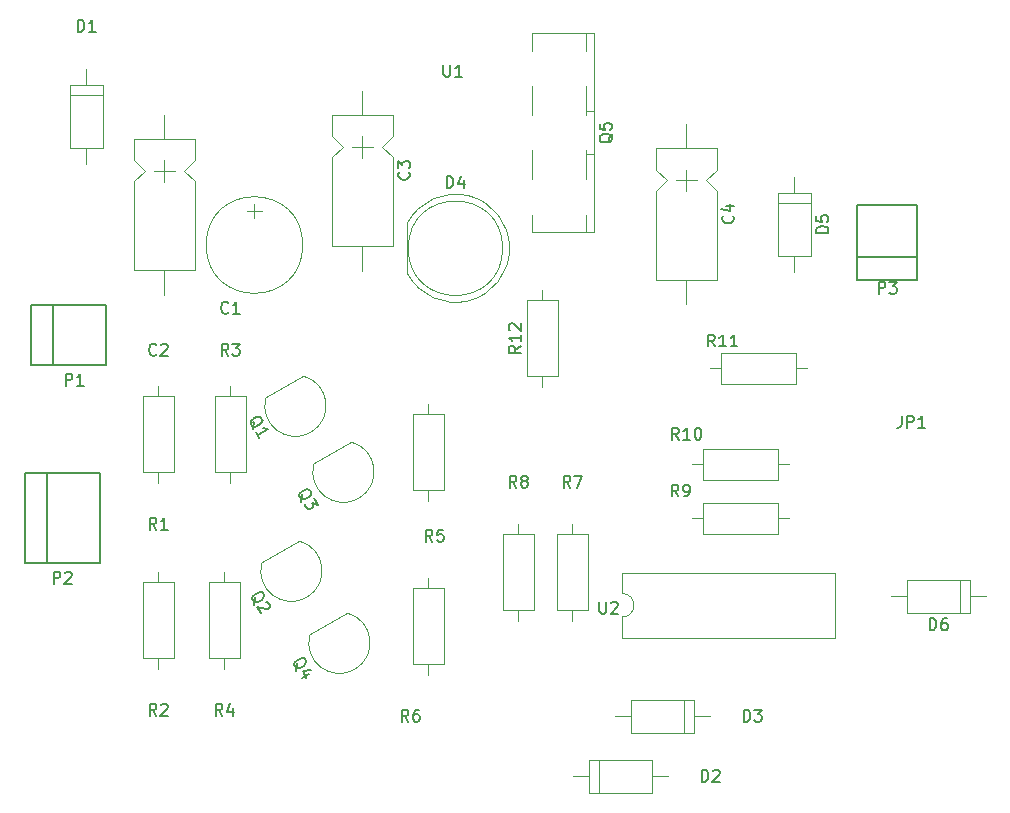
<source format=gbr>
G04 #@! TF.FileFunction,Legend,Top*
%FSLAX46Y46*%
G04 Gerber Fmt 4.6, Leading zero omitted, Abs format (unit mm)*
G04 Created by KiCad (PCBNEW 4.0.5) date 06/09/17 23:26:50*
%MOMM*%
%LPD*%
G01*
G04 APERTURE LIST*
%ADD10C,0.100000*%
%ADD11C,0.120000*%
%ADD12C,0.150000*%
G04 APERTURE END LIST*
D10*
D11*
X132080000Y-93134000D02*
X132080000Y-94934000D01*
X132980000Y-94034000D02*
X131180000Y-94034000D01*
X134640000Y-91324000D02*
X129520000Y-91324000D01*
X134640000Y-102444000D02*
X129520000Y-102444000D01*
X134640000Y-91324000D02*
X134640000Y-93124000D01*
X134640000Y-93124000D02*
X133740000Y-94024000D01*
X133740000Y-94024000D02*
X134640000Y-94924000D01*
X134640000Y-94924000D02*
X134640000Y-102444000D01*
X129520000Y-91324000D02*
X129520000Y-93124000D01*
X129520000Y-93124000D02*
X130420000Y-94024000D01*
X130420000Y-94024000D02*
X129520000Y-94924000D01*
X129520000Y-94924000D02*
X129520000Y-102444000D01*
X132080000Y-89264000D02*
X132080000Y-91324000D01*
X132080000Y-104504000D02*
X132080000Y-102444000D01*
X143805993Y-111416853D02*
X140688302Y-113216853D01*
X143845077Y-111407593D02*
G75*
G02X144472148Y-116170666I-672929J-2511407D01*
G01*
X140660741Y-113246071D02*
G75*
G03X144472148Y-116170666I2511407J-672929D01*
G01*
X139700000Y-96860000D02*
X139700000Y-98060000D01*
X140350000Y-97460000D02*
X139050000Y-97460000D01*
X143790000Y-100310000D02*
G75*
G03X143790000Y-100310000I-4090000J0D01*
G01*
X176276000Y-93930000D02*
X176276000Y-95730000D01*
X177176000Y-94830000D02*
X175376000Y-94830000D01*
X178836000Y-92120000D02*
X173716000Y-92120000D01*
X178836000Y-103240000D02*
X173716000Y-103240000D01*
X178836000Y-92120000D02*
X178836000Y-93920000D01*
X178836000Y-93920000D02*
X177936000Y-94820000D01*
X177936000Y-94820000D02*
X178836000Y-95720000D01*
X178836000Y-95720000D02*
X178836000Y-103240000D01*
X173716000Y-92120000D02*
X173716000Y-93920000D01*
X173716000Y-93920000D02*
X174616000Y-94820000D01*
X174616000Y-94820000D02*
X173716000Y-95720000D01*
X173716000Y-95720000D02*
X173716000Y-103240000D01*
X176276000Y-90060000D02*
X176276000Y-92120000D01*
X176276000Y-105300000D02*
X176276000Y-103240000D01*
X126886000Y-86748000D02*
X124066000Y-86748000D01*
X124066000Y-86748000D02*
X124066000Y-92068000D01*
X124066000Y-92068000D02*
X126886000Y-92068000D01*
X126886000Y-92068000D02*
X126886000Y-86748000D01*
X125476000Y-85408000D02*
X125476000Y-86748000D01*
X125476000Y-93408000D02*
X125476000Y-92068000D01*
X126886000Y-87588000D02*
X124066000Y-87588000D01*
X168028000Y-143878000D02*
X168028000Y-146698000D01*
X168028000Y-146698000D02*
X173348000Y-146698000D01*
X173348000Y-146698000D02*
X173348000Y-143878000D01*
X173348000Y-143878000D02*
X168028000Y-143878000D01*
X166688000Y-145288000D02*
X168028000Y-145288000D01*
X174688000Y-145288000D02*
X173348000Y-145288000D01*
X168868000Y-143878000D02*
X168868000Y-146698000D01*
X176904000Y-141618000D02*
X176904000Y-138798000D01*
X176904000Y-138798000D02*
X171584000Y-138798000D01*
X171584000Y-138798000D02*
X171584000Y-141618000D01*
X171584000Y-141618000D02*
X176904000Y-141618000D01*
X178244000Y-140208000D02*
X176904000Y-140208000D01*
X170244000Y-140208000D02*
X171584000Y-140208000D01*
X176064000Y-141618000D02*
X176064000Y-138798000D01*
X161308000Y-100584486D02*
G75*
G03X152658000Y-98442855I-4590000J486D01*
G01*
X161308000Y-100583514D02*
G75*
G02X152658000Y-102725145I-4590000J-486D01*
G01*
X160718000Y-100584000D02*
G75*
G03X160718000Y-100584000I-4000000J0D01*
G01*
X152658000Y-98442000D02*
X152658000Y-102726000D01*
X186830000Y-95892000D02*
X184010000Y-95892000D01*
X184010000Y-95892000D02*
X184010000Y-101212000D01*
X184010000Y-101212000D02*
X186830000Y-101212000D01*
X186830000Y-101212000D02*
X186830000Y-95892000D01*
X185420000Y-94552000D02*
X185420000Y-95892000D01*
X185420000Y-102552000D02*
X185420000Y-101212000D01*
X186830000Y-96732000D02*
X184010000Y-96732000D01*
X200272000Y-131458000D02*
X200272000Y-128638000D01*
X200272000Y-128638000D02*
X194952000Y-128638000D01*
X194952000Y-128638000D02*
X194952000Y-131458000D01*
X194952000Y-131458000D02*
X200272000Y-131458000D01*
X201612000Y-130048000D02*
X200272000Y-130048000D01*
X193612000Y-130048000D02*
X194952000Y-130048000D01*
X199432000Y-131458000D02*
X199432000Y-128638000D01*
D12*
X122682000Y-105410000D02*
X122682000Y-110490000D01*
X127127000Y-105410000D02*
X127127000Y-110490000D01*
X120777000Y-110490000D02*
X120777000Y-105410000D01*
X120777000Y-110490000D02*
X127127000Y-110490000D01*
X120777000Y-105410000D02*
X127127000Y-105410000D01*
X120269000Y-127254000D02*
X126619000Y-127254000D01*
X120269000Y-119634000D02*
X126619000Y-119634000D01*
X122174000Y-119634000D02*
X122174000Y-127254000D01*
X120269000Y-127254000D02*
X120269000Y-119634000D01*
X126619000Y-119634000D02*
X126619000Y-127254000D01*
X190754000Y-101346000D02*
X195834000Y-101346000D01*
X190754000Y-96901000D02*
X195834000Y-96901000D01*
X195834000Y-103251000D02*
X190754000Y-103251000D01*
X195834000Y-103251000D02*
X195834000Y-96901000D01*
X190754000Y-103251000D02*
X190754000Y-96901000D01*
D11*
X143465698Y-125386853D02*
X140348007Y-127186853D01*
X143504782Y-125377593D02*
G75*
G02X144131853Y-130140666I-672929J-2511407D01*
G01*
X140320446Y-127216071D02*
G75*
G03X144131853Y-130140666I2511407J-672929D01*
G01*
X147869993Y-117004853D02*
X144752302Y-118804853D01*
X147909077Y-116995593D02*
G75*
G02X148536148Y-121758666I-672929J-2511407D01*
G01*
X144724741Y-118834071D02*
G75*
G03X148536148Y-121758666I2511407J-672929D01*
G01*
X147529698Y-131482853D02*
X144412007Y-133282853D01*
X147568782Y-131473593D02*
G75*
G02X148195853Y-136236666I-672929J-2511407D01*
G01*
X144384446Y-133312071D02*
G75*
G03X148195853Y-136236666I2511407J-672929D01*
G01*
X130262000Y-119542000D02*
X132882000Y-119542000D01*
X132882000Y-119542000D02*
X132882000Y-113122000D01*
X132882000Y-113122000D02*
X130262000Y-113122000D01*
X130262000Y-113122000D02*
X130262000Y-119542000D01*
X131572000Y-120432000D02*
X131572000Y-119542000D01*
X131572000Y-112232000D02*
X131572000Y-113122000D01*
X130262000Y-135290000D02*
X132882000Y-135290000D01*
X132882000Y-135290000D02*
X132882000Y-128870000D01*
X132882000Y-128870000D02*
X130262000Y-128870000D01*
X130262000Y-128870000D02*
X130262000Y-135290000D01*
X131572000Y-136180000D02*
X131572000Y-135290000D01*
X131572000Y-127980000D02*
X131572000Y-128870000D01*
X138978000Y-113122000D02*
X136358000Y-113122000D01*
X136358000Y-113122000D02*
X136358000Y-119542000D01*
X136358000Y-119542000D02*
X138978000Y-119542000D01*
X138978000Y-119542000D02*
X138978000Y-113122000D01*
X137668000Y-112232000D02*
X137668000Y-113122000D01*
X137668000Y-120432000D02*
X137668000Y-119542000D01*
X138470000Y-128870000D02*
X135850000Y-128870000D01*
X135850000Y-128870000D02*
X135850000Y-135290000D01*
X135850000Y-135290000D02*
X138470000Y-135290000D01*
X138470000Y-135290000D02*
X138470000Y-128870000D01*
X137160000Y-127980000D02*
X137160000Y-128870000D01*
X137160000Y-136180000D02*
X137160000Y-135290000D01*
X155742000Y-114646000D02*
X153122000Y-114646000D01*
X153122000Y-114646000D02*
X153122000Y-121066000D01*
X153122000Y-121066000D02*
X155742000Y-121066000D01*
X155742000Y-121066000D02*
X155742000Y-114646000D01*
X154432000Y-113756000D02*
X154432000Y-114646000D01*
X154432000Y-121956000D02*
X154432000Y-121066000D01*
X153122000Y-135798000D02*
X155742000Y-135798000D01*
X155742000Y-135798000D02*
X155742000Y-129378000D01*
X155742000Y-129378000D02*
X153122000Y-129378000D01*
X153122000Y-129378000D02*
X153122000Y-135798000D01*
X154432000Y-136688000D02*
X154432000Y-135798000D01*
X154432000Y-128488000D02*
X154432000Y-129378000D01*
X165314000Y-131226000D02*
X167934000Y-131226000D01*
X167934000Y-131226000D02*
X167934000Y-124806000D01*
X167934000Y-124806000D02*
X165314000Y-124806000D01*
X165314000Y-124806000D02*
X165314000Y-131226000D01*
X166624000Y-132116000D02*
X166624000Y-131226000D01*
X166624000Y-123916000D02*
X166624000Y-124806000D01*
X163362000Y-124806000D02*
X160742000Y-124806000D01*
X160742000Y-124806000D02*
X160742000Y-131226000D01*
X160742000Y-131226000D02*
X163362000Y-131226000D01*
X163362000Y-131226000D02*
X163362000Y-124806000D01*
X162052000Y-123916000D02*
X162052000Y-124806000D01*
X162052000Y-132116000D02*
X162052000Y-131226000D01*
X177638000Y-122134000D02*
X177638000Y-124754000D01*
X177638000Y-124754000D02*
X184058000Y-124754000D01*
X184058000Y-124754000D02*
X184058000Y-122134000D01*
X184058000Y-122134000D02*
X177638000Y-122134000D01*
X176748000Y-123444000D02*
X177638000Y-123444000D01*
X184948000Y-123444000D02*
X184058000Y-123444000D01*
X184058000Y-120182000D02*
X184058000Y-117562000D01*
X184058000Y-117562000D02*
X177638000Y-117562000D01*
X177638000Y-117562000D02*
X177638000Y-120182000D01*
X177638000Y-120182000D02*
X184058000Y-120182000D01*
X184948000Y-118872000D02*
X184058000Y-118872000D01*
X176748000Y-118872000D02*
X177638000Y-118872000D01*
X179162000Y-109434000D02*
X179162000Y-112054000D01*
X179162000Y-112054000D02*
X185582000Y-112054000D01*
X185582000Y-112054000D02*
X185582000Y-109434000D01*
X185582000Y-109434000D02*
X179162000Y-109434000D01*
X178272000Y-110744000D02*
X179162000Y-110744000D01*
X186472000Y-110744000D02*
X185582000Y-110744000D01*
X162774000Y-111414000D02*
X165394000Y-111414000D01*
X165394000Y-111414000D02*
X165394000Y-104994000D01*
X165394000Y-104994000D02*
X162774000Y-104994000D01*
X162774000Y-104994000D02*
X162774000Y-111414000D01*
X164084000Y-112304000D02*
X164084000Y-111414000D01*
X164084000Y-104104000D02*
X164084000Y-104994000D01*
X170822000Y-131810000D02*
X170822000Y-133580000D01*
X170822000Y-133580000D02*
X188842000Y-133580000D01*
X188842000Y-133580000D02*
X188842000Y-128040000D01*
X188842000Y-128040000D02*
X170822000Y-128040000D01*
X170822000Y-128040000D02*
X170822000Y-129810000D01*
X170822000Y-129810000D02*
G75*
G02X170822000Y-131810000I0J-1000000D01*
G01*
X148844000Y-91102000D02*
X148844000Y-92902000D01*
X149744000Y-92002000D02*
X147944000Y-92002000D01*
X151404000Y-89292000D02*
X146284000Y-89292000D01*
X151404000Y-100412000D02*
X146284000Y-100412000D01*
X151404000Y-89292000D02*
X151404000Y-91092000D01*
X151404000Y-91092000D02*
X150504000Y-91992000D01*
X150504000Y-91992000D02*
X151404000Y-92892000D01*
X151404000Y-92892000D02*
X151404000Y-100412000D01*
X146284000Y-89292000D02*
X146284000Y-91092000D01*
X146284000Y-91092000D02*
X147184000Y-91992000D01*
X147184000Y-91992000D02*
X146284000Y-92892000D01*
X146284000Y-92892000D02*
X146284000Y-100412000D01*
X148844000Y-87232000D02*
X148844000Y-89292000D01*
X148844000Y-102472000D02*
X148844000Y-100412000D01*
X168478000Y-82373000D02*
X168478000Y-99214000D01*
X163238000Y-82373000D02*
X163238000Y-83844000D01*
X163238000Y-86844000D02*
X163238000Y-89294000D01*
X163238000Y-92294000D02*
X163238000Y-94744000D01*
X163238000Y-97744000D02*
X163238000Y-99214000D01*
X168478000Y-82373000D02*
X163238000Y-82373000D01*
X168478000Y-99214000D02*
X163238000Y-99214000D01*
X167738000Y-82373000D02*
X167738000Y-83844000D01*
X167738000Y-86844000D02*
X167738000Y-89294000D01*
X167738000Y-92294000D02*
X167738000Y-94744000D01*
X167738000Y-97744000D02*
X167738000Y-99214000D01*
X168478000Y-88990000D02*
X167738000Y-88990000D01*
X168478000Y-92599000D02*
X167738000Y-92599000D01*
D12*
X131405334Y-109577143D02*
X131357715Y-109624762D01*
X131214858Y-109672381D01*
X131119620Y-109672381D01*
X130976762Y-109624762D01*
X130881524Y-109529524D01*
X130833905Y-109434286D01*
X130786286Y-109243810D01*
X130786286Y-109100952D01*
X130833905Y-108910476D01*
X130881524Y-108815238D01*
X130976762Y-108720000D01*
X131119620Y-108672381D01*
X131214858Y-108672381D01*
X131357715Y-108720000D01*
X131405334Y-108767619D01*
X131786286Y-108767619D02*
X131833905Y-108720000D01*
X131929143Y-108672381D01*
X132167239Y-108672381D01*
X132262477Y-108720000D01*
X132310096Y-108767619D01*
X132357715Y-108862857D01*
X132357715Y-108958095D01*
X132310096Y-109100952D01*
X131738667Y-109672381D01*
X132357715Y-109672381D01*
X139570690Y-115888331D02*
X139564310Y-115782043D01*
X139599170Y-115651945D01*
X139651459Y-115456799D01*
X139645079Y-115350510D01*
X139597460Y-115268032D01*
X139415073Y-115428318D02*
X139408693Y-115322030D01*
X139443553Y-115191933D01*
X139584700Y-115055456D01*
X139873376Y-114888789D01*
X140062143Y-114834790D01*
X140192240Y-114869649D01*
X140281098Y-114928318D01*
X140376337Y-115093276D01*
X140382717Y-115199564D01*
X140347857Y-115329662D01*
X140206710Y-115466139D01*
X139918034Y-115632806D01*
X139729267Y-115686805D01*
X139599170Y-115651945D01*
X139510312Y-115593276D01*
X139415073Y-115428318D01*
X140105550Y-116624259D02*
X139819835Y-116129387D01*
X139962692Y-116376822D02*
X140828717Y-115876822D01*
X140657381Y-115865772D01*
X140527283Y-115830913D01*
X140438425Y-115772244D01*
X137501334Y-106021143D02*
X137453715Y-106068762D01*
X137310858Y-106116381D01*
X137215620Y-106116381D01*
X137072762Y-106068762D01*
X136977524Y-105973524D01*
X136929905Y-105878286D01*
X136882286Y-105687810D01*
X136882286Y-105544952D01*
X136929905Y-105354476D01*
X136977524Y-105259238D01*
X137072762Y-105164000D01*
X137215620Y-105116381D01*
X137310858Y-105116381D01*
X137453715Y-105164000D01*
X137501334Y-105211619D01*
X138453715Y-106116381D02*
X137882286Y-106116381D01*
X138168000Y-106116381D02*
X138168000Y-105116381D01*
X138072762Y-105259238D01*
X137977524Y-105354476D01*
X137882286Y-105402095D01*
X180193143Y-97846666D02*
X180240762Y-97894285D01*
X180288381Y-98037142D01*
X180288381Y-98132380D01*
X180240762Y-98275238D01*
X180145524Y-98370476D01*
X180050286Y-98418095D01*
X179859810Y-98465714D01*
X179716952Y-98465714D01*
X179526476Y-98418095D01*
X179431238Y-98370476D01*
X179336000Y-98275238D01*
X179288381Y-98132380D01*
X179288381Y-98037142D01*
X179336000Y-97894285D01*
X179383619Y-97846666D01*
X179621714Y-96989523D02*
X180288381Y-96989523D01*
X179240762Y-97227619D02*
X179955048Y-97465714D01*
X179955048Y-96846666D01*
X124737905Y-82240381D02*
X124737905Y-81240381D01*
X124976000Y-81240381D01*
X125118858Y-81288000D01*
X125214096Y-81383238D01*
X125261715Y-81478476D01*
X125309334Y-81668952D01*
X125309334Y-81811810D01*
X125261715Y-82002286D01*
X125214096Y-82097524D01*
X125118858Y-82192762D01*
X124976000Y-82240381D01*
X124737905Y-82240381D01*
X126261715Y-82240381D02*
X125690286Y-82240381D01*
X125976000Y-82240381D02*
X125976000Y-81240381D01*
X125880762Y-81383238D01*
X125785524Y-81478476D01*
X125690286Y-81526095D01*
X177569905Y-145740381D02*
X177569905Y-144740381D01*
X177808000Y-144740381D01*
X177950858Y-144788000D01*
X178046096Y-144883238D01*
X178093715Y-144978476D01*
X178141334Y-145168952D01*
X178141334Y-145311810D01*
X178093715Y-145502286D01*
X178046096Y-145597524D01*
X177950858Y-145692762D01*
X177808000Y-145740381D01*
X177569905Y-145740381D01*
X178522286Y-144835619D02*
X178569905Y-144788000D01*
X178665143Y-144740381D01*
X178903239Y-144740381D01*
X178998477Y-144788000D01*
X179046096Y-144835619D01*
X179093715Y-144930857D01*
X179093715Y-145026095D01*
X179046096Y-145168952D01*
X178474667Y-145740381D01*
X179093715Y-145740381D01*
X181125905Y-140660381D02*
X181125905Y-139660381D01*
X181364000Y-139660381D01*
X181506858Y-139708000D01*
X181602096Y-139803238D01*
X181649715Y-139898476D01*
X181697334Y-140088952D01*
X181697334Y-140231810D01*
X181649715Y-140422286D01*
X181602096Y-140517524D01*
X181506858Y-140612762D01*
X181364000Y-140660381D01*
X181125905Y-140660381D01*
X182030667Y-139660381D02*
X182649715Y-139660381D01*
X182316381Y-140041333D01*
X182459239Y-140041333D01*
X182554477Y-140088952D01*
X182602096Y-140136571D01*
X182649715Y-140231810D01*
X182649715Y-140469905D01*
X182602096Y-140565143D01*
X182554477Y-140612762D01*
X182459239Y-140660381D01*
X182173524Y-140660381D01*
X182078286Y-140612762D01*
X182030667Y-140565143D01*
X155979905Y-95476381D02*
X155979905Y-94476381D01*
X156218000Y-94476381D01*
X156360858Y-94524000D01*
X156456096Y-94619238D01*
X156503715Y-94714476D01*
X156551334Y-94904952D01*
X156551334Y-95047810D01*
X156503715Y-95238286D01*
X156456096Y-95333524D01*
X156360858Y-95428762D01*
X156218000Y-95476381D01*
X155979905Y-95476381D01*
X157408477Y-94809714D02*
X157408477Y-95476381D01*
X157170381Y-94428762D02*
X156932286Y-95143048D01*
X157551334Y-95143048D01*
X188282381Y-99290095D02*
X187282381Y-99290095D01*
X187282381Y-99052000D01*
X187330000Y-98909142D01*
X187425238Y-98813904D01*
X187520476Y-98766285D01*
X187710952Y-98718666D01*
X187853810Y-98718666D01*
X188044286Y-98766285D01*
X188139524Y-98813904D01*
X188234762Y-98909142D01*
X188282381Y-99052000D01*
X188282381Y-99290095D01*
X187282381Y-97813904D02*
X187282381Y-98290095D01*
X187758571Y-98337714D01*
X187710952Y-98290095D01*
X187663333Y-98194857D01*
X187663333Y-97956761D01*
X187710952Y-97861523D01*
X187758571Y-97813904D01*
X187853810Y-97766285D01*
X188091905Y-97766285D01*
X188187143Y-97813904D01*
X188234762Y-97861523D01*
X188282381Y-97956761D01*
X188282381Y-98194857D01*
X188234762Y-98290095D01*
X188187143Y-98337714D01*
X196873905Y-132910381D02*
X196873905Y-131910381D01*
X197112000Y-131910381D01*
X197254858Y-131958000D01*
X197350096Y-132053238D01*
X197397715Y-132148476D01*
X197445334Y-132338952D01*
X197445334Y-132481810D01*
X197397715Y-132672286D01*
X197350096Y-132767524D01*
X197254858Y-132862762D01*
X197112000Y-132910381D01*
X196873905Y-132910381D01*
X198302477Y-131910381D02*
X198112000Y-131910381D01*
X198016762Y-131958000D01*
X197969143Y-132005619D01*
X197873905Y-132148476D01*
X197826286Y-132338952D01*
X197826286Y-132719905D01*
X197873905Y-132815143D01*
X197921524Y-132862762D01*
X198016762Y-132910381D01*
X198207239Y-132910381D01*
X198302477Y-132862762D01*
X198350096Y-132815143D01*
X198397715Y-132719905D01*
X198397715Y-132481810D01*
X198350096Y-132386571D01*
X198302477Y-132338952D01*
X198207239Y-132291333D01*
X198016762Y-132291333D01*
X197921524Y-132338952D01*
X197873905Y-132386571D01*
X197826286Y-132481810D01*
X123721905Y-112212381D02*
X123721905Y-111212381D01*
X124102858Y-111212381D01*
X124198096Y-111260000D01*
X124245715Y-111307619D01*
X124293334Y-111402857D01*
X124293334Y-111545714D01*
X124245715Y-111640952D01*
X124198096Y-111688571D01*
X124102858Y-111736190D01*
X123721905Y-111736190D01*
X125245715Y-112212381D02*
X124674286Y-112212381D01*
X124960000Y-112212381D02*
X124960000Y-111212381D01*
X124864762Y-111355238D01*
X124769524Y-111450476D01*
X124674286Y-111498095D01*
X122705905Y-128976381D02*
X122705905Y-127976381D01*
X123086858Y-127976381D01*
X123182096Y-128024000D01*
X123229715Y-128071619D01*
X123277334Y-128166857D01*
X123277334Y-128309714D01*
X123229715Y-128404952D01*
X123182096Y-128452571D01*
X123086858Y-128500190D01*
X122705905Y-128500190D01*
X123658286Y-128071619D02*
X123705905Y-128024000D01*
X123801143Y-127976381D01*
X124039239Y-127976381D01*
X124134477Y-128024000D01*
X124182096Y-128071619D01*
X124229715Y-128166857D01*
X124229715Y-128262095D01*
X124182096Y-128404952D01*
X123610667Y-128976381D01*
X124229715Y-128976381D01*
X192555905Y-104428381D02*
X192555905Y-103428381D01*
X192936858Y-103428381D01*
X193032096Y-103476000D01*
X193079715Y-103523619D01*
X193127334Y-103618857D01*
X193127334Y-103761714D01*
X193079715Y-103856952D01*
X193032096Y-103904571D01*
X192936858Y-103952190D01*
X192555905Y-103952190D01*
X193460667Y-103428381D02*
X194079715Y-103428381D01*
X193746381Y-103809333D01*
X193889239Y-103809333D01*
X193984477Y-103856952D01*
X194032096Y-103904571D01*
X194079715Y-103999810D01*
X194079715Y-104237905D01*
X194032096Y-104333143D01*
X193984477Y-104380762D01*
X193889239Y-104428381D01*
X193603524Y-104428381D01*
X193508286Y-104380762D01*
X193460667Y-104333143D01*
X139686129Y-130747331D02*
X139679749Y-130641043D01*
X139714609Y-130510945D01*
X139766898Y-130315799D01*
X139760518Y-130209510D01*
X139712899Y-130127032D01*
X139530512Y-130287318D02*
X139524132Y-130181030D01*
X139558992Y-130050933D01*
X139700139Y-129914456D01*
X139988815Y-129747789D01*
X140177582Y-129693790D01*
X140307679Y-129728649D01*
X140396537Y-129787318D01*
X140491776Y-129952276D01*
X140498156Y-130058564D01*
X140463296Y-130188662D01*
X140322149Y-130325139D01*
X140033473Y-130491806D01*
X139844706Y-130545805D01*
X139714609Y-130510945D01*
X139625751Y-130452276D01*
X139530512Y-130287318D01*
X140718821Y-130536006D02*
X140783870Y-130553436D01*
X140872728Y-130612105D01*
X140991776Y-130818302D01*
X140998156Y-130924590D01*
X140980726Y-130989639D01*
X140922057Y-131078497D01*
X140839578Y-131126116D01*
X140692051Y-131156305D01*
X139911465Y-130947148D01*
X140220989Y-131483259D01*
X143668720Y-122043272D02*
X143662340Y-121936984D01*
X143697200Y-121806886D01*
X143749489Y-121611740D01*
X143743109Y-121505451D01*
X143695490Y-121422973D01*
X143513103Y-121583259D02*
X143506723Y-121476971D01*
X143541583Y-121346874D01*
X143682730Y-121210397D01*
X143971406Y-121043730D01*
X144160173Y-120989731D01*
X144290270Y-121024590D01*
X144379128Y-121083259D01*
X144474367Y-121248217D01*
X144480747Y-121354505D01*
X144445887Y-121484603D01*
X144304740Y-121621080D01*
X144016064Y-121787747D01*
X143827297Y-121841746D01*
X143697200Y-121806886D01*
X143608342Y-121748217D01*
X143513103Y-121583259D01*
X144760081Y-121743089D02*
X145069605Y-122279200D01*
X144573024Y-122181000D01*
X144644453Y-122304719D01*
X144650833Y-122411007D01*
X144633403Y-122476056D01*
X144574733Y-122564914D01*
X144368537Y-122683962D01*
X144262249Y-122690342D01*
X144197200Y-122672912D01*
X144108342Y-122614243D01*
X143965484Y-122366806D01*
X143959104Y-122260518D01*
X143976534Y-122195470D01*
X143242129Y-136335331D02*
X143235749Y-136229043D01*
X143270609Y-136098945D01*
X143322898Y-135903799D01*
X143316518Y-135797510D01*
X143268899Y-135715032D01*
X143086512Y-135875318D02*
X143080132Y-135769030D01*
X143114992Y-135638933D01*
X143256139Y-135502456D01*
X143544815Y-135335789D01*
X143733582Y-135281790D01*
X143863679Y-135316649D01*
X143952537Y-135375318D01*
X144047776Y-135540276D01*
X144054156Y-135646564D01*
X144019296Y-135776662D01*
X143878149Y-135913139D01*
X143589473Y-136079806D01*
X143400706Y-136133805D01*
X143270609Y-136098945D01*
X143181751Y-136040276D01*
X143086512Y-135875318D01*
X144306720Y-136655447D02*
X143729370Y-136988780D01*
X144517586Y-136258774D02*
X143779949Y-136409720D01*
X144089473Y-136945832D01*
X131405334Y-124404381D02*
X131072000Y-123928190D01*
X130833905Y-124404381D02*
X130833905Y-123404381D01*
X131214858Y-123404381D01*
X131310096Y-123452000D01*
X131357715Y-123499619D01*
X131405334Y-123594857D01*
X131405334Y-123737714D01*
X131357715Y-123832952D01*
X131310096Y-123880571D01*
X131214858Y-123928190D01*
X130833905Y-123928190D01*
X132357715Y-124404381D02*
X131786286Y-124404381D01*
X132072000Y-124404381D02*
X132072000Y-123404381D01*
X131976762Y-123547238D01*
X131881524Y-123642476D01*
X131786286Y-123690095D01*
X131405334Y-140152381D02*
X131072000Y-139676190D01*
X130833905Y-140152381D02*
X130833905Y-139152381D01*
X131214858Y-139152381D01*
X131310096Y-139200000D01*
X131357715Y-139247619D01*
X131405334Y-139342857D01*
X131405334Y-139485714D01*
X131357715Y-139580952D01*
X131310096Y-139628571D01*
X131214858Y-139676190D01*
X130833905Y-139676190D01*
X131786286Y-139247619D02*
X131833905Y-139200000D01*
X131929143Y-139152381D01*
X132167239Y-139152381D01*
X132262477Y-139200000D01*
X132310096Y-139247619D01*
X132357715Y-139342857D01*
X132357715Y-139438095D01*
X132310096Y-139580952D01*
X131738667Y-140152381D01*
X132357715Y-140152381D01*
X137501334Y-109672381D02*
X137168000Y-109196190D01*
X136929905Y-109672381D02*
X136929905Y-108672381D01*
X137310858Y-108672381D01*
X137406096Y-108720000D01*
X137453715Y-108767619D01*
X137501334Y-108862857D01*
X137501334Y-109005714D01*
X137453715Y-109100952D01*
X137406096Y-109148571D01*
X137310858Y-109196190D01*
X136929905Y-109196190D01*
X137834667Y-108672381D02*
X138453715Y-108672381D01*
X138120381Y-109053333D01*
X138263239Y-109053333D01*
X138358477Y-109100952D01*
X138406096Y-109148571D01*
X138453715Y-109243810D01*
X138453715Y-109481905D01*
X138406096Y-109577143D01*
X138358477Y-109624762D01*
X138263239Y-109672381D01*
X137977524Y-109672381D01*
X137882286Y-109624762D01*
X137834667Y-109577143D01*
X136993334Y-140152381D02*
X136660000Y-139676190D01*
X136421905Y-140152381D02*
X136421905Y-139152381D01*
X136802858Y-139152381D01*
X136898096Y-139200000D01*
X136945715Y-139247619D01*
X136993334Y-139342857D01*
X136993334Y-139485714D01*
X136945715Y-139580952D01*
X136898096Y-139628571D01*
X136802858Y-139676190D01*
X136421905Y-139676190D01*
X137850477Y-139485714D02*
X137850477Y-140152381D01*
X137612381Y-139104762D02*
X137374286Y-139819048D01*
X137993334Y-139819048D01*
X154773334Y-125420381D02*
X154440000Y-124944190D01*
X154201905Y-125420381D02*
X154201905Y-124420381D01*
X154582858Y-124420381D01*
X154678096Y-124468000D01*
X154725715Y-124515619D01*
X154773334Y-124610857D01*
X154773334Y-124753714D01*
X154725715Y-124848952D01*
X154678096Y-124896571D01*
X154582858Y-124944190D01*
X154201905Y-124944190D01*
X155678096Y-124420381D02*
X155201905Y-124420381D01*
X155154286Y-124896571D01*
X155201905Y-124848952D01*
X155297143Y-124801333D01*
X155535239Y-124801333D01*
X155630477Y-124848952D01*
X155678096Y-124896571D01*
X155725715Y-124991810D01*
X155725715Y-125229905D01*
X155678096Y-125325143D01*
X155630477Y-125372762D01*
X155535239Y-125420381D01*
X155297143Y-125420381D01*
X155201905Y-125372762D01*
X155154286Y-125325143D01*
X152741334Y-140660381D02*
X152408000Y-140184190D01*
X152169905Y-140660381D02*
X152169905Y-139660381D01*
X152550858Y-139660381D01*
X152646096Y-139708000D01*
X152693715Y-139755619D01*
X152741334Y-139850857D01*
X152741334Y-139993714D01*
X152693715Y-140088952D01*
X152646096Y-140136571D01*
X152550858Y-140184190D01*
X152169905Y-140184190D01*
X153598477Y-139660381D02*
X153408000Y-139660381D01*
X153312762Y-139708000D01*
X153265143Y-139755619D01*
X153169905Y-139898476D01*
X153122286Y-140088952D01*
X153122286Y-140469905D01*
X153169905Y-140565143D01*
X153217524Y-140612762D01*
X153312762Y-140660381D01*
X153503239Y-140660381D01*
X153598477Y-140612762D01*
X153646096Y-140565143D01*
X153693715Y-140469905D01*
X153693715Y-140231810D01*
X153646096Y-140136571D01*
X153598477Y-140088952D01*
X153503239Y-140041333D01*
X153312762Y-140041333D01*
X153217524Y-140088952D01*
X153169905Y-140136571D01*
X153122286Y-140231810D01*
X166457334Y-120848381D02*
X166124000Y-120372190D01*
X165885905Y-120848381D02*
X165885905Y-119848381D01*
X166266858Y-119848381D01*
X166362096Y-119896000D01*
X166409715Y-119943619D01*
X166457334Y-120038857D01*
X166457334Y-120181714D01*
X166409715Y-120276952D01*
X166362096Y-120324571D01*
X166266858Y-120372190D01*
X165885905Y-120372190D01*
X166790667Y-119848381D02*
X167457334Y-119848381D01*
X167028762Y-120848381D01*
X161885334Y-120848381D02*
X161552000Y-120372190D01*
X161313905Y-120848381D02*
X161313905Y-119848381D01*
X161694858Y-119848381D01*
X161790096Y-119896000D01*
X161837715Y-119943619D01*
X161885334Y-120038857D01*
X161885334Y-120181714D01*
X161837715Y-120276952D01*
X161790096Y-120324571D01*
X161694858Y-120372190D01*
X161313905Y-120372190D01*
X162456762Y-120276952D02*
X162361524Y-120229333D01*
X162313905Y-120181714D01*
X162266286Y-120086476D01*
X162266286Y-120038857D01*
X162313905Y-119943619D01*
X162361524Y-119896000D01*
X162456762Y-119848381D01*
X162647239Y-119848381D01*
X162742477Y-119896000D01*
X162790096Y-119943619D01*
X162837715Y-120038857D01*
X162837715Y-120086476D01*
X162790096Y-120181714D01*
X162742477Y-120229333D01*
X162647239Y-120276952D01*
X162456762Y-120276952D01*
X162361524Y-120324571D01*
X162313905Y-120372190D01*
X162266286Y-120467429D01*
X162266286Y-120657905D01*
X162313905Y-120753143D01*
X162361524Y-120800762D01*
X162456762Y-120848381D01*
X162647239Y-120848381D01*
X162742477Y-120800762D01*
X162790096Y-120753143D01*
X162837715Y-120657905D01*
X162837715Y-120467429D01*
X162790096Y-120372190D01*
X162742477Y-120324571D01*
X162647239Y-120276952D01*
X175601334Y-121586381D02*
X175268000Y-121110190D01*
X175029905Y-121586381D02*
X175029905Y-120586381D01*
X175410858Y-120586381D01*
X175506096Y-120634000D01*
X175553715Y-120681619D01*
X175601334Y-120776857D01*
X175601334Y-120919714D01*
X175553715Y-121014952D01*
X175506096Y-121062571D01*
X175410858Y-121110190D01*
X175029905Y-121110190D01*
X176077524Y-121586381D02*
X176268000Y-121586381D01*
X176363239Y-121538762D01*
X176410858Y-121491143D01*
X176506096Y-121348286D01*
X176553715Y-121157810D01*
X176553715Y-120776857D01*
X176506096Y-120681619D01*
X176458477Y-120634000D01*
X176363239Y-120586381D01*
X176172762Y-120586381D01*
X176077524Y-120634000D01*
X176029905Y-120681619D01*
X175982286Y-120776857D01*
X175982286Y-121014952D01*
X176029905Y-121110190D01*
X176077524Y-121157810D01*
X176172762Y-121205429D01*
X176363239Y-121205429D01*
X176458477Y-121157810D01*
X176506096Y-121110190D01*
X176553715Y-121014952D01*
X175633143Y-116784381D02*
X175299809Y-116308190D01*
X175061714Y-116784381D02*
X175061714Y-115784381D01*
X175442667Y-115784381D01*
X175537905Y-115832000D01*
X175585524Y-115879619D01*
X175633143Y-115974857D01*
X175633143Y-116117714D01*
X175585524Y-116212952D01*
X175537905Y-116260571D01*
X175442667Y-116308190D01*
X175061714Y-116308190D01*
X176585524Y-116784381D02*
X176014095Y-116784381D01*
X176299809Y-116784381D02*
X176299809Y-115784381D01*
X176204571Y-115927238D01*
X176109333Y-116022476D01*
X176014095Y-116070095D01*
X177204571Y-115784381D02*
X177299810Y-115784381D01*
X177395048Y-115832000D01*
X177442667Y-115879619D01*
X177490286Y-115974857D01*
X177537905Y-116165333D01*
X177537905Y-116403429D01*
X177490286Y-116593905D01*
X177442667Y-116689143D01*
X177395048Y-116736762D01*
X177299810Y-116784381D01*
X177204571Y-116784381D01*
X177109333Y-116736762D01*
X177061714Y-116689143D01*
X177014095Y-116593905D01*
X176966476Y-116403429D01*
X176966476Y-116165333D01*
X177014095Y-115974857D01*
X177061714Y-115879619D01*
X177109333Y-115832000D01*
X177204571Y-115784381D01*
X178681143Y-108886381D02*
X178347809Y-108410190D01*
X178109714Y-108886381D02*
X178109714Y-107886381D01*
X178490667Y-107886381D01*
X178585905Y-107934000D01*
X178633524Y-107981619D01*
X178681143Y-108076857D01*
X178681143Y-108219714D01*
X178633524Y-108314952D01*
X178585905Y-108362571D01*
X178490667Y-108410190D01*
X178109714Y-108410190D01*
X179633524Y-108886381D02*
X179062095Y-108886381D01*
X179347809Y-108886381D02*
X179347809Y-107886381D01*
X179252571Y-108029238D01*
X179157333Y-108124476D01*
X179062095Y-108172095D01*
X180585905Y-108886381D02*
X180014476Y-108886381D01*
X180300190Y-108886381D02*
X180300190Y-107886381D01*
X180204952Y-108029238D01*
X180109714Y-108124476D01*
X180014476Y-108172095D01*
X162226381Y-108846857D02*
X161750190Y-109180191D01*
X162226381Y-109418286D02*
X161226381Y-109418286D01*
X161226381Y-109037333D01*
X161274000Y-108942095D01*
X161321619Y-108894476D01*
X161416857Y-108846857D01*
X161559714Y-108846857D01*
X161654952Y-108894476D01*
X161702571Y-108942095D01*
X161750190Y-109037333D01*
X161750190Y-109418286D01*
X162226381Y-107894476D02*
X162226381Y-108465905D01*
X162226381Y-108180191D02*
X161226381Y-108180191D01*
X161369238Y-108275429D01*
X161464476Y-108370667D01*
X161512095Y-108465905D01*
X161321619Y-107513524D02*
X161274000Y-107465905D01*
X161226381Y-107370667D01*
X161226381Y-107132571D01*
X161274000Y-107037333D01*
X161321619Y-106989714D01*
X161416857Y-106942095D01*
X161512095Y-106942095D01*
X161654952Y-106989714D01*
X162226381Y-107561143D01*
X162226381Y-106942095D01*
X168910095Y-130516381D02*
X168910095Y-131325905D01*
X168957714Y-131421143D01*
X169005333Y-131468762D01*
X169100571Y-131516381D01*
X169291048Y-131516381D01*
X169386286Y-131468762D01*
X169433905Y-131421143D01*
X169481524Y-131325905D01*
X169481524Y-130516381D01*
X169910095Y-130611619D02*
X169957714Y-130564000D01*
X170052952Y-130516381D01*
X170291048Y-130516381D01*
X170386286Y-130564000D01*
X170433905Y-130611619D01*
X170481524Y-130706857D01*
X170481524Y-130802095D01*
X170433905Y-130944952D01*
X169862476Y-131516381D01*
X170481524Y-131516381D01*
X152757143Y-94146666D02*
X152804762Y-94194285D01*
X152852381Y-94337142D01*
X152852381Y-94432380D01*
X152804762Y-94575238D01*
X152709524Y-94670476D01*
X152614286Y-94718095D01*
X152423810Y-94765714D01*
X152280952Y-94765714D01*
X152090476Y-94718095D01*
X151995238Y-94670476D01*
X151900000Y-94575238D01*
X151852381Y-94432380D01*
X151852381Y-94337142D01*
X151900000Y-94194285D01*
X151947619Y-94146666D01*
X151852381Y-93813333D02*
X151852381Y-93194285D01*
X152233333Y-93527619D01*
X152233333Y-93384761D01*
X152280952Y-93289523D01*
X152328571Y-93241904D01*
X152423810Y-93194285D01*
X152661905Y-93194285D01*
X152757143Y-93241904D01*
X152804762Y-93289523D01*
X152852381Y-93384761D01*
X152852381Y-93670476D01*
X152804762Y-93765714D01*
X152757143Y-93813333D01*
X194492667Y-114768381D02*
X194492667Y-115482667D01*
X194445047Y-115625524D01*
X194349809Y-115720762D01*
X194206952Y-115768381D01*
X194111714Y-115768381D01*
X194968857Y-115768381D02*
X194968857Y-114768381D01*
X195349810Y-114768381D01*
X195445048Y-114816000D01*
X195492667Y-114863619D01*
X195540286Y-114958857D01*
X195540286Y-115101714D01*
X195492667Y-115196952D01*
X195445048Y-115244571D01*
X195349810Y-115292190D01*
X194968857Y-115292190D01*
X196492667Y-115768381D02*
X195921238Y-115768381D01*
X196206952Y-115768381D02*
X196206952Y-114768381D01*
X196111714Y-114911238D01*
X196016476Y-115006476D01*
X195921238Y-115054095D01*
X170025619Y-90889238D02*
X169978000Y-90984476D01*
X169882762Y-91079714D01*
X169739905Y-91222571D01*
X169692286Y-91317810D01*
X169692286Y-91413048D01*
X169930381Y-91365429D02*
X169882762Y-91460667D01*
X169787524Y-91555905D01*
X169597048Y-91603524D01*
X169263714Y-91603524D01*
X169073238Y-91555905D01*
X168978000Y-91460667D01*
X168930381Y-91365429D01*
X168930381Y-91174952D01*
X168978000Y-91079714D01*
X169073238Y-90984476D01*
X169263714Y-90936857D01*
X169597048Y-90936857D01*
X169787524Y-90984476D01*
X169882762Y-91079714D01*
X169930381Y-91174952D01*
X169930381Y-91365429D01*
X168930381Y-90032095D02*
X168930381Y-90508286D01*
X169406571Y-90555905D01*
X169358952Y-90508286D01*
X169311333Y-90413048D01*
X169311333Y-90174952D01*
X169358952Y-90079714D01*
X169406571Y-90032095D01*
X169501810Y-89984476D01*
X169739905Y-89984476D01*
X169835143Y-90032095D01*
X169882762Y-90079714D01*
X169930381Y-90174952D01*
X169930381Y-90413048D01*
X169882762Y-90508286D01*
X169835143Y-90555905D01*
X155702095Y-85050381D02*
X155702095Y-85859905D01*
X155749714Y-85955143D01*
X155797333Y-86002762D01*
X155892571Y-86050381D01*
X156083048Y-86050381D01*
X156178286Y-86002762D01*
X156225905Y-85955143D01*
X156273524Y-85859905D01*
X156273524Y-85050381D01*
X157273524Y-86050381D02*
X156702095Y-86050381D01*
X156987809Y-86050381D02*
X156987809Y-85050381D01*
X156892571Y-85193238D01*
X156797333Y-85288476D01*
X156702095Y-85336095D01*
M02*

</source>
